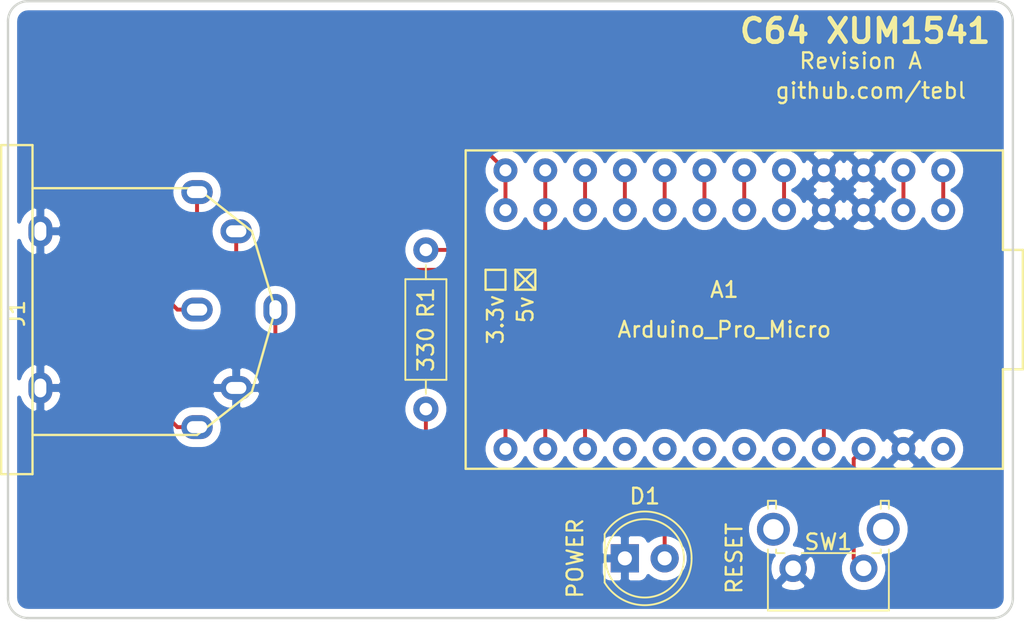
<source format=kicad_pcb>
(kicad_pcb (version 20171130) (host pcbnew "(5.1.5)-3")

  (general
    (thickness 1.6)
    (drawings 13)
    (tracks 55)
    (zones 0)
    (modules 5)
    (nets 18)
  )

  (page A4)
  (layers
    (0 F.Cu signal)
    (31 B.Cu signal)
    (32 B.Adhes user)
    (33 F.Adhes user)
    (34 B.Paste user)
    (35 F.Paste user)
    (36 B.SilkS user)
    (37 F.SilkS user)
    (38 B.Mask user)
    (39 F.Mask user)
    (40 Dwgs.User user)
    (41 Cmts.User user)
    (42 Eco1.User user)
    (43 Eco2.User user)
    (44 Edge.Cuts user)
    (45 Margin user)
    (46 B.CrtYd user)
    (47 F.CrtYd user)
    (48 B.Fab user)
    (49 F.Fab user)
  )

  (setup
    (last_trace_width 0.25)
    (user_trace_width 0.25)
    (trace_clearance 0.2)
    (zone_clearance 0.508)
    (zone_45_only no)
    (trace_min 0.2)
    (via_size 0.6)
    (via_drill 0.4)
    (via_min_size 0.4)
    (via_min_drill 0.3)
    (user_via 0.6 0.4)
    (uvia_size 0.3)
    (uvia_drill 0.1)
    (uvias_allowed no)
    (uvia_min_size 0.2)
    (uvia_min_drill 0.1)
    (edge_width 0.15)
    (segment_width 0.2)
    (pcb_text_width 0.3)
    (pcb_text_size 1.5 1.5)
    (mod_edge_width 0.15)
    (mod_text_size 1 1)
    (mod_text_width 0.15)
    (pad_size 1.524 1.524)
    (pad_drill 0.762)
    (pad_to_mask_clearance 0.2)
    (aux_axis_origin 0 0)
    (visible_elements 7FFFFFFF)
    (pcbplotparams
      (layerselection 0x011fc_ffffffff)
      (usegerberextensions true)
      (usegerberattributes false)
      (usegerberadvancedattributes false)
      (creategerberjobfile false)
      (excludeedgelayer true)
      (linewidth 0.100000)
      (plotframeref false)
      (viasonmask false)
      (mode 1)
      (useauxorigin false)
      (hpglpennumber 1)
      (hpglpenspeed 20)
      (hpglpendiameter 15.000000)
      (psnegative false)
      (psa4output false)
      (plotreference true)
      (plotvalue true)
      (plotinvisibletext false)
      (padsonsilk false)
      (subtractmaskfromsilk false)
      (outputformat 1)
      (mirror false)
      (drillshape 0)
      (scaleselection 1)
      (outputdirectory "export/"))
  )

  (net 0 "")
  (net 1 GND)
  (net 2 "Net-(A1-Pad2)")
  (net 3 "Net-(A1-Pad5)")
  (net 4 "Net-(A1-Pad6)")
  (net 5 "Net-(A1-Pad7)")
  (net 6 "Net-(A1-Pad8)")
  (net 7 "Net-(A1-Pad9)")
  (net 8 "Net-(A1-Pad10)")
  (net 9 ATN)
  (net 10 SRQ)
  (net 11 RST)
  (net 12 DAT)
  (net 13 CLK)
  (net 14 VCC)
  (net 15 "Net-(A1-Pad22)")
  (net 16 "Net-(A1-Pad1)")
  (net 17 "Net-(D1-Pad2)")

  (net_class Default "This is the default net class."
    (clearance 0.2)
    (trace_width 0.25)
    (via_dia 0.6)
    (via_drill 0.4)
    (uvia_dia 0.3)
    (uvia_drill 0.1)
    (add_net ATN)
    (add_net CLK)
    (add_net DAT)
    (add_net GND)
    (add_net "Net-(A1-Pad1)")
    (add_net "Net-(A1-Pad10)")
    (add_net "Net-(A1-Pad2)")
    (add_net "Net-(A1-Pad22)")
    (add_net "Net-(A1-Pad5)")
    (add_net "Net-(A1-Pad6)")
    (add_net "Net-(A1-Pad7)")
    (add_net "Net-(A1-Pad8)")
    (add_net "Net-(A1-Pad9)")
    (add_net "Net-(D1-Pad2)")
    (add_net RST)
    (add_net SRQ)
    (add_net VCC)
  )

  (net_class Power ""
    (clearance 0.2)
    (trace_width 1)
    (via_dia 1)
    (via_drill 0.6)
    (uvia_dia 0.3)
    (uvia_drill 0.1)
  )

  (module arduino_pro_micro:Arduino_Pro_Micro (layer F.Cu) (tedit 5EDE6C7F) (tstamp 5EDE6FC4)
    (at 107.95 86.36 270)
    (path /5EDD95E8)
    (fp_text reference A1 (at -1.27 0 180) (layer F.SilkS)
      (effects (font (size 1 1) (thickness 0.15)))
    )
    (fp_text value Arduino_Pro_Micro (at 1.27 0 180) (layer F.SilkS)
      (effects (font (size 1 1) (thickness 0.15)))
    )
    (fp_line (start -10.16 16.51) (end 10.16 16.51) (layer F.SilkS) (width 0.15))
    (fp_line (start -10.16 -17.78) (end -10.16 16.51) (layer F.SilkS) (width 0.15))
    (fp_line (start 10.16 16.51) (end 10.16 -17.78) (layer F.SilkS) (width 0.15))
    (fp_line (start -3.81 -19.05) (end 3.81 -19.05) (layer F.SilkS) (width 0.15))
    (fp_line (start -3.81 -17.78) (end -3.81 -19.05) (layer F.SilkS) (width 0.15))
    (fp_line (start -10.16 -17.78) (end -3.81 -17.78) (layer F.SilkS) (width 0.15))
    (fp_line (start 3.81 -17.78) (end 10.16 -17.78) (layer F.SilkS) (width 0.15))
    (fp_line (start 3.81 -19.05) (end 3.81 -17.78) (layer F.SilkS) (width 0.15))
    (fp_text user 5v (at 0 12.7 90) (layer F.SilkS)
      (effects (font (size 1 1) (thickness 0.15)))
    )
    (fp_text user 3.3v (at 0.635 14.605 90) (layer F.SilkS)
      (effects (font (size 1 1) (thickness 0.15)))
    )
    (fp_line (start -1.27 15.24) (end -1.27 13.97) (layer F.SilkS) (width 0.15))
    (fp_line (start -2.54 15.24) (end -1.27 15.24) (layer F.SilkS) (width 0.15))
    (fp_line (start -2.54 13.97) (end -2.54 15.24) (layer F.SilkS) (width 0.15))
    (fp_line (start -1.27 13.97) (end -2.54 13.97) (layer F.SilkS) (width 0.15))
    (fp_line (start -2.54 12.065) (end -2.54 13.335) (layer F.SilkS) (width 0.15))
    (fp_line (start -1.27 12.065) (end -2.54 12.065) (layer F.SilkS) (width 0.15))
    (fp_line (start -1.27 13.335) (end -1.27 12.065) (layer F.SilkS) (width 0.15))
    (fp_line (start -2.54 13.335) (end -1.27 13.335) (layer F.SilkS) (width 0.15))
    (pad 6 thru_hole circle (at -6.35 -1.27 270) (size 1.524 1.524) (drill 0.762) (layers *.Cu *.Mask)
      (net 4 "Net-(A1-Pad6)"))
    (pad 2 thru_hole circle (at -6.35 -11.43 270) (size 1.524 1.524) (drill 0.762) (layers *.Cu *.Mask)
      (net 2 "Net-(A1-Pad2)"))
    (pad 7 thru_hole circle (at -6.35 1.27 270) (size 1.524 1.524) (drill 0.762) (layers *.Cu *.Mask)
      (net 5 "Net-(A1-Pad7)"))
    (pad 5 thru_hole circle (at -6.35 -3.81 270) (size 1.524 1.524) (drill 0.762) (layers *.Cu *.Mask)
      (net 3 "Net-(A1-Pad5)"))
    (pad 4 thru_hole circle (at -6.35 -6.35 270) (size 1.524 1.524) (drill 0.762) (layers *.Cu *.Mask)
      (net 1 GND))
    (pad 8 thru_hole circle (at -6.35 3.81 270) (size 1.524 1.524) (drill 0.762) (layers *.Cu *.Mask)
      (net 6 "Net-(A1-Pad8)"))
    (pad 3 thru_hole circle (at -6.35 -8.89 270) (size 1.524 1.524) (drill 0.762) (layers *.Cu *.Mask)
      (net 1 GND))
    (pad 9 thru_hole circle (at -6.35 6.35 270) (size 1.524 1.524) (drill 0.762) (layers *.Cu *.Mask)
      (net 7 "Net-(A1-Pad9)"))
    (pad 10 thru_hole circle (at -6.35 8.89 270) (size 1.524 1.524) (drill 0.762) (layers *.Cu *.Mask)
      (net 8 "Net-(A1-Pad10)"))
    (pad 11 thru_hole circle (at -6.35 11.43 270) (size 1.524 1.524) (drill 0.762) (layers *.Cu *.Mask)
      (net 9 ATN))
    (pad 12 thru_hole circle (at -6.35 13.97 270) (size 1.524 1.524) (drill 0.762) (layers *.Cu *.Mask)
      (net 10 SRQ))
    (pad 1 thru_hole circle (at -6.35 -13.97 270) (size 1.524 1.524) (drill 0.762) (layers *.Cu *.Mask)
      (net 16 "Net-(A1-Pad1)"))
    (pad 1 thru_hole circle (at -8.89 -13.97 270) (size 1.524 1.524) (drill 0.762) (layers *.Cu *.Mask)
      (net 16 "Net-(A1-Pad1)"))
    (pad 24 thru_hole circle (at 8.89 -13.97 270) (size 1.524 1.524) (drill 0.762) (layers *.Cu *.Mask))
    (pad 23 thru_hole circle (at 8.89 -11.43 270) (size 1.524 1.524) (drill 0.762) (layers *.Cu *.Mask)
      (net 1 GND))
    (pad 22 thru_hole circle (at 8.89 -8.89 270) (size 1.524 1.524) (drill 0.762) (layers *.Cu *.Mask)
      (net 15 "Net-(A1-Pad22)"))
    (pad 21 thru_hole circle (at 8.89 -6.35 270) (size 1.524 1.524) (drill 0.762) (layers *.Cu *.Mask)
      (net 14 VCC))
    (pad 20 thru_hole circle (at 8.89 -3.81 270) (size 1.524 1.524) (drill 0.762) (layers *.Cu *.Mask))
    (pad 19 thru_hole circle (at 8.89 -1.27 270) (size 1.524 1.524) (drill 0.762) (layers *.Cu *.Mask))
    (pad 18 thru_hole circle (at 8.89 1.27 270) (size 1.524 1.524) (drill 0.762) (layers *.Cu *.Mask))
    (pad 17 thru_hole circle (at 8.89 3.81 270) (size 1.524 1.524) (drill 0.762) (layers *.Cu *.Mask))
    (pad 16 thru_hole circle (at 8.89 6.35 270) (size 1.524 1.524) (drill 0.762) (layers *.Cu *.Mask))
    (pad 15 thru_hole circle (at 8.89 8.89 270) (size 1.524 1.524) (drill 0.762) (layers *.Cu *.Mask)
      (net 13 CLK))
    (pad 14 thru_hole circle (at 8.89 11.43 270) (size 1.524 1.524) (drill 0.762) (layers *.Cu *.Mask)
      (net 12 DAT))
    (pad 13 thru_hole circle (at 8.89 13.97 270) (size 1.524 1.524) (drill 0.762) (layers *.Cu *.Mask)
      (net 11 RST))
    (pad 12 thru_hole circle (at -8.89 13.97 270) (size 1.524 1.524) (drill 0.762) (layers *.Cu *.Mask)
      (net 10 SRQ))
    (pad 11 thru_hole circle (at -8.89 11.43 270) (size 1.524 1.524) (drill 0.762) (layers *.Cu *.Mask)
      (net 9 ATN))
    (pad 10 thru_hole circle (at -8.89 8.89 270) (size 1.524 1.524) (drill 0.762) (layers *.Cu *.Mask)
      (net 8 "Net-(A1-Pad10)"))
    (pad 9 thru_hole circle (at -8.89 6.35 270) (size 1.524 1.524) (drill 0.762) (layers *.Cu *.Mask)
      (net 7 "Net-(A1-Pad9)"))
    (pad 8 thru_hole circle (at -8.89 3.81 270) (size 1.524 1.524) (drill 0.762) (layers *.Cu *.Mask)
      (net 6 "Net-(A1-Pad8)"))
    (pad 7 thru_hole circle (at -8.89 1.27 270) (size 1.524 1.524) (drill 0.762) (layers *.Cu *.Mask)
      (net 5 "Net-(A1-Pad7)"))
    (pad 6 thru_hole circle (at -8.89 -1.27 270) (size 1.524 1.524) (drill 0.762) (layers *.Cu *.Mask)
      (net 4 "Net-(A1-Pad6)"))
    (pad 5 thru_hole circle (at -8.89 -3.81 270) (size 1.524 1.524) (drill 0.762) (layers *.Cu *.Mask)
      (net 3 "Net-(A1-Pad5)"))
    (pad 4 thru_hole circle (at -8.89 -6.35 270) (size 1.524 1.524) (drill 0.762) (layers *.Cu *.Mask)
      (net 1 GND))
    (pad 3 thru_hole circle (at -8.89 -8.89 270) (size 1.524 1.524) (drill 0.762) (layers *.Cu *.Mask)
      (net 1 GND))
    (pad 2 thru_hole circle (at -8.89 -11.43 270) (size 1.524 1.524) (drill 0.762) (layers *.Cu *.Mask)
      (net 2 "Net-(A1-Pad2)"))
  )

  (module C64_IEC:C64_IEC (layer F.Cu) (tedit 5B1FB4B6) (tstamp 5EDE7584)
    (at 74.295 86.36 270)
    (path /5EDD9D01)
    (fp_text reference J1 (at 0.25 11.5 90) (layer F.SilkS)
      (effects (font (size 1 1) (thickness 0.15)))
    )
    (fp_text value C64_IEC (at 0 4.25 90) (layer F.Fab)
      (effects (font (size 1 1) (thickness 0.15)))
    )
    (fp_line (start -7.75 0) (end -5 -3.5) (layer F.SilkS) (width 0.15))
    (fp_line (start -5 -3.5) (end 0 -5) (layer F.SilkS) (width 0.15))
    (fp_line (start 0 -5) (end 5.25 -3.5) (layer F.SilkS) (width 0.15))
    (fp_line (start 5.25 -3.5) (end 8 0) (layer F.SilkS) (width 0.15))
    (fp_line (start -7.75 10.5) (end -7.75 0) (layer F.SilkS) (width 0.15))
    (fp_line (start 8 0) (end 8 10.5) (layer F.SilkS) (width 0.15))
    (fp_line (start -10.5 12.5) (end -10.5 10.5) (layer F.SilkS) (width 0.15))
    (fp_line (start -10.5 10.5) (end 10.5 10.5) (layer F.SilkS) (width 0.15))
    (fp_line (start 10.5 10.5) (end 10.5 12.5) (layer F.SilkS) (width 0.15))
    (fp_line (start 0 12.5) (end 10.5 12.5) (layer F.SilkS) (width 0.15))
    (fp_line (start 0 12.5) (end -10.5 12.5) (layer F.SilkS) (width 0.15))
    (pad 4 thru_hole oval (at -5 -2.5 270) (size 1.524 2) (drill oval 0.762 1.3) (layers *.Cu *.Mask)
      (net 13 CLK))
    (pad 2 thru_hole oval (at 5 -2.5 270) (size 1.524 2) (drill oval 0.762 1.3) (layers *.Cu *.Mask)
      (net 1 GND))
    (pad 5 thru_hole oval (at -7.5 0 270) (size 1.524 2) (drill oval 0.762 1.3) (layers *.Cu *.Mask)
      (net 12 DAT))
    (pad 1 thru_hole oval (at 7.5 0 270) (size 1.524 2) (drill oval 0.762 1.3) (layers *.Cu *.Mask)
      (net 10 SRQ))
    (pad 7 thru_hole oval (at -5 10 270) (size 2 1.524) (drill oval 1.2 0.762) (layers *.Cu *.Mask)
      (net 1 GND))
    (pad 8 thru_hole oval (at 5 10 270) (size 2 1.524) (drill oval 1.2 0.762) (layers *.Cu *.Mask)
      (net 1 GND))
    (pad 3 thru_hole oval (at 0 0 270) (size 1.524 2) (drill oval 0.762 1.3) (layers *.Cu *.Mask)
      (net 9 ATN))
    (pad 6 thru_hole oval (at 0 -5 270) (size 2 1.524) (drill oval 1.2 0.762) (layers *.Cu *.Mask)
      (net 11 RST))
  )

  (module LEDs:LED_D5.0mm (layer F.Cu) (tedit 5995936A) (tstamp 5EDE76B5)
    (at 101.6 102.235)
    (descr "LED, diameter 5.0mm, 2 pins, http://cdn-reichelt.de/documents/datenblatt/A500/LL-504BC2E-009.pdf")
    (tags "LED diameter 5.0mm 2 pins")
    (path /5EE10306)
    (fp_text reference D1 (at 1.27 -3.96) (layer F.SilkS)
      (effects (font (size 1 1) (thickness 0.15)))
    )
    (fp_text value POWER (at -3.175 0 90) (layer F.SilkS)
      (effects (font (size 1 1) (thickness 0.15)))
    )
    (fp_text user %R (at 1.25 0) (layer F.Fab)
      (effects (font (size 0.8 0.8) (thickness 0.2)))
    )
    (fp_line (start 4.5 -3.25) (end -1.95 -3.25) (layer F.CrtYd) (width 0.05))
    (fp_line (start 4.5 3.25) (end 4.5 -3.25) (layer F.CrtYd) (width 0.05))
    (fp_line (start -1.95 3.25) (end 4.5 3.25) (layer F.CrtYd) (width 0.05))
    (fp_line (start -1.95 -3.25) (end -1.95 3.25) (layer F.CrtYd) (width 0.05))
    (fp_line (start -1.29 -1.545) (end -1.29 1.545) (layer F.SilkS) (width 0.12))
    (fp_line (start -1.23 -1.469694) (end -1.23 1.469694) (layer F.Fab) (width 0.1))
    (fp_circle (center 1.27 0) (end 3.77 0) (layer F.SilkS) (width 0.12))
    (fp_circle (center 1.27 0) (end 3.77 0) (layer F.Fab) (width 0.1))
    (fp_arc (start 1.27 0) (end -1.29 1.54483) (angle -148.9) (layer F.SilkS) (width 0.12))
    (fp_arc (start 1.27 0) (end -1.29 -1.54483) (angle 148.9) (layer F.SilkS) (width 0.12))
    (fp_arc (start 1.27 0) (end -1.23 -1.469694) (angle 299.1) (layer F.Fab) (width 0.1))
    (pad 2 thru_hole circle (at 2.54 0) (size 1.8 1.8) (drill 0.9) (layers *.Cu *.Mask)
      (net 17 "Net-(D1-Pad2)"))
    (pad 1 thru_hole rect (at 0 0) (size 1.8 1.8) (drill 0.9) (layers *.Cu *.Mask)
      (net 1 GND))
    (model ${KISYS3DMOD}/LEDs.3dshapes/LED_D5.0mm.wrl
      (at (xyz 0 0 0))
      (scale (xyz 0.393701 0.393701 0.393701))
      (rotate (xyz 0 0 0))
    )
  )

  (module Resistors_THT:R_Axial_DIN0207_L6.3mm_D2.5mm_P10.16mm_Horizontal (layer F.Cu) (tedit 5874F706) (tstamp 5EDE76CB)
    (at 88.9 82.55 270)
    (descr "Resistor, Axial_DIN0207 series, Axial, Horizontal, pin pitch=10.16mm, 0.25W = 1/4W, length*diameter=6.3*2.5mm^2, http://cdn-reichelt.de/documents/datenblatt/B400/1_4W%23YAG.pdf")
    (tags "Resistor Axial_DIN0207 series Axial Horizontal pin pitch 10.16mm 0.25W = 1/4W length 6.3mm diameter 2.5mm")
    (path /5EE0FE5F)
    (fp_text reference R1 (at 3.369999 0 90) (layer F.SilkS)
      (effects (font (size 1 1) (thickness 0.15)))
    )
    (fp_text value 330 (at 6.35 0 90) (layer F.SilkS)
      (effects (font (size 1 1) (thickness 0.15)))
    )
    (fp_line (start 11.25 -1.6) (end -1.05 -1.6) (layer F.CrtYd) (width 0.05))
    (fp_line (start 11.25 1.6) (end 11.25 -1.6) (layer F.CrtYd) (width 0.05))
    (fp_line (start -1.05 1.6) (end 11.25 1.6) (layer F.CrtYd) (width 0.05))
    (fp_line (start -1.05 -1.6) (end -1.05 1.6) (layer F.CrtYd) (width 0.05))
    (fp_line (start 9.18 0) (end 8.29 0) (layer F.SilkS) (width 0.12))
    (fp_line (start 0.98 0) (end 1.87 0) (layer F.SilkS) (width 0.12))
    (fp_line (start 8.29 -1.31) (end 1.87 -1.31) (layer F.SilkS) (width 0.12))
    (fp_line (start 8.29 1.31) (end 8.29 -1.31) (layer F.SilkS) (width 0.12))
    (fp_line (start 1.87 1.31) (end 8.29 1.31) (layer F.SilkS) (width 0.12))
    (fp_line (start 1.87 -1.31) (end 1.87 1.31) (layer F.SilkS) (width 0.12))
    (fp_line (start 10.16 0) (end 8.23 0) (layer F.Fab) (width 0.1))
    (fp_line (start 0 0) (end 1.93 0) (layer F.Fab) (width 0.1))
    (fp_line (start 8.23 -1.25) (end 1.93 -1.25) (layer F.Fab) (width 0.1))
    (fp_line (start 8.23 1.25) (end 8.23 -1.25) (layer F.Fab) (width 0.1))
    (fp_line (start 1.93 1.25) (end 8.23 1.25) (layer F.Fab) (width 0.1))
    (fp_line (start 1.93 -1.25) (end 1.93 1.25) (layer F.Fab) (width 0.1))
    (pad 2 thru_hole oval (at 10.16 0 270) (size 1.6 1.6) (drill 0.8) (layers *.Cu *.Mask)
      (net 17 "Net-(D1-Pad2)"))
    (pad 1 thru_hole circle (at 0 0 270) (size 1.6 1.6) (drill 0.8) (layers *.Cu *.Mask)
      (net 14 VCC))
    (model ${KISYS3DMOD}/Resistors_THT.3dshapes/R_Axial_DIN0207_L6.3mm_D2.5mm_P10.16mm_Horizontal.wrl
      (at (xyz 0 0 0))
      (scale (xyz 0.393701 0.393701 0.393701))
      (rotate (xyz 0 0 0))
    )
  )

  (module Buttons_Switches_THT:SW_Tactile_SPST_Angled_PTS645Vx39-2LFS (layer F.Cu) (tedit 592CADEA) (tstamp 5EDE76F1)
    (at 116.84 102.87 180)
    (descr "tactile switch SPST right angle, PTS645VL39-2 LFS")
    (tags "tactile switch SPST angled PTS645VL39-2 LFS C&K Button")
    (path /5EE1232D)
    (fp_text reference SW1 (at 2.25 1.68) (layer F.SilkS)
      (effects (font (size 1 1) (thickness 0.15)))
    )
    (fp_text value RESET (at 8.255 0.635 90) (layer F.SilkS)
      (effects (font (size 1 1) (thickness 0.15)))
    )
    (fp_line (start 0.55 0.97) (end 3.95 0.97) (layer F.SilkS) (width 0.12))
    (fp_line (start -1.09 0.97) (end -0.55 0.97) (layer F.SilkS) (width 0.12))
    (fp_line (start 6.11 3.8) (end 6.11 4.31) (layer F.SilkS) (width 0.12))
    (fp_line (start 5.59 4.31) (end 6.11 4.31) (layer F.SilkS) (width 0.12))
    (fp_line (start 5.59 3.8) (end 5.59 4.31) (layer F.SilkS) (width 0.12))
    (fp_line (start 5.05 0.97) (end 5.59 0.97) (layer F.SilkS) (width 0.12))
    (fp_line (start -1.61 3.8) (end -1.61 4.31) (layer F.SilkS) (width 0.12))
    (fp_line (start -1.09 3.8) (end -1.09 4.31) (layer F.SilkS) (width 0.12))
    (fp_line (start 5.59 0.97) (end 5.59 1.2) (layer F.SilkS) (width 0.12))
    (fp_line (start -1.2 4.2) (end -1.2 0.86) (layer F.Fab) (width 0.1))
    (fp_line (start 5.7 4.2) (end 6 4.2) (layer F.Fab) (width 0.1))
    (fp_line (start -1.5 4.2) (end -1.5 -2.59) (layer F.Fab) (width 0.1))
    (fp_line (start -1.5 -2.59) (end 6 -2.59) (layer F.Fab) (width 0.1))
    (fp_line (start -1.61 -2.7) (end -1.61 1.2) (layer F.SilkS) (width 0.12))
    (fp_line (start -1.61 4.31) (end -1.09 4.31) (layer F.SilkS) (width 0.12))
    (fp_line (start 6.11 -2.7) (end 6.11 1.2) (layer F.SilkS) (width 0.12))
    (fp_line (start -1.61 -2.7) (end 6.11 -2.7) (layer F.SilkS) (width 0.12))
    (fp_line (start -2.5 4.45) (end -2.5 -2.8) (layer F.CrtYd) (width 0.05))
    (fp_line (start 7.05 4.45) (end -2.5 4.45) (layer F.CrtYd) (width 0.05))
    (fp_line (start 7.05 -2.8) (end 7.05 4.45) (layer F.CrtYd) (width 0.05))
    (fp_line (start -2.5 -2.8) (end 7.05 -2.8) (layer F.CrtYd) (width 0.05))
    (fp_line (start 6 4.2) (end 6 -2.59) (layer F.Fab) (width 0.1))
    (fp_line (start -1.2 0.86) (end 5.7 0.86) (layer F.Fab) (width 0.1))
    (fp_line (start -1.5 4.2) (end -1.2 4.2) (layer F.Fab) (width 0.1))
    (fp_line (start 5.7 4.2) (end 5.7 0.86) (layer F.Fab) (width 0.1))
    (fp_line (start -1.09 0.97) (end -1.09 1.2) (layer F.SilkS) (width 0.12))
    (fp_text user %R (at 2.25 1.68) (layer F.Fab)
      (effects (font (size 1 1) (thickness 0.15)))
    )
    (fp_line (start 0.5 -3.85) (end 4 -3.85) (layer F.Fab) (width 0.1))
    (fp_line (start 4 -3.85) (end 4 -2.59) (layer F.Fab) (width 0.1))
    (fp_line (start 0.5 -3.85) (end 0.5 -2.59) (layer F.Fab) (width 0.1))
    (pad "" thru_hole circle (at -1.25 2.49 180) (size 2.1 2.1) (drill 1.3) (layers *.Cu *.Mask))
    (pad 1 thru_hole circle (at 0 0 180) (size 1.75 1.75) (drill 0.99) (layers *.Cu *.Mask)
      (net 15 "Net-(A1-Pad22)"))
    (pad 2 thru_hole circle (at 4.5 0 180) (size 1.75 1.75) (drill 0.99) (layers *.Cu *.Mask)
      (net 1 GND))
    (pad "" thru_hole circle (at 5.76 2.49 180) (size 2.1 2.1) (drill 1.3) (layers *.Cu *.Mask))
    (model ${KISYS3DMOD}/Buttons_Switches_THT.3dshapes/SW_Tactile_SPST_Angled_PTS645Vx39-2LFS.wrl
      (at (xyz 0 0 0))
      (scale (xyz 1 1 1))
      (rotate (xyz 0 0 0))
    )
  )

  (gr_line (start 94.615 83.82) (end 95.885 85.09) (layer F.SilkS) (width 0.15))
  (gr_line (start 94.615 85.09) (end 95.885 83.82) (layer F.SilkS) (width 0.15))
  (gr_text "Revision A" (at 120.65 70.485) (layer F.SilkS)
    (effects (font (size 1 1) (thickness 0.15)) (justify right))
  )
  (gr_text github.com/tebl (at 111.125 72.39) (layer F.SilkS)
    (effects (font (size 1 1) (thickness 0.15)) (justify left))
  )
  (gr_line (start 125.095 66.675) (end 63.5 66.675) (angle 90) (layer Edge.Cuts) (width 0.15))
  (gr_line (start 63.5 106.045) (end 125.095 106.045) (angle 90) (layer Edge.Cuts) (width 0.15))
  (gr_line (start 126.365 67.945) (end 126.365 104.775) (angle 90) (layer Edge.Cuts) (width 0.15))
  (gr_text "C64 XUM1541" (at 125.095 68.58) (layer F.SilkS)
    (effects (font (size 1.5 1.5) (thickness 0.3)) (justify right))
  )
  (gr_line (start 62.23 67.945) (end 62.23 104.775) (angle 90) (layer Edge.Cuts) (width 0.15))
  (gr_arc (start 63.5 104.775) (end 63.5 106.045) (angle 90) (layer Edge.Cuts) (width 0.15))
  (gr_arc (start 125.095 104.775) (end 126.365 104.775) (angle 90) (layer Edge.Cuts) (width 0.15))
  (gr_arc (start 125.095 67.945) (end 125.095 66.675) (angle 90) (layer Edge.Cuts) (width 0.15))
  (gr_arc (start 63.5 67.945) (end 62.23 67.945) (angle 90) (layer Edge.Cuts) (width 0.15))

  (segment (start 119.38 77.47) (end 119.38 80.01) (width 0.25) (layer F.Cu) (net 2))
  (segment (start 111.76 77.47) (end 111.76 80.01) (width 0.25) (layer F.Cu) (net 3))
  (segment (start 109.22 80.01) (end 109.22 77.47) (width 0.25) (layer F.Cu) (net 4))
  (segment (start 106.68 77.47) (end 106.68 80.01) (width 0.25) (layer F.Cu) (net 5))
  (segment (start 104.14 80.01) (end 104.14 77.47) (width 0.25) (layer F.Cu) (net 6))
  (segment (start 101.6 77.47) (end 101.6 80.01) (width 0.25) (layer F.Cu) (net 7))
  (segment (start 99.06 80.01) (end 99.06 77.47) (width 0.25) (layer F.Cu) (net 8))
  (segment (start 96.52 77.47) (end 96.52 80.01) (width 0.25) (layer F.Cu) (net 9))
  (segment (start 73.045 86.36) (end 72.39 85.705) (width 0.25) (layer F.Cu) (net 9))
  (segment (start 74.295 86.36) (end 73.045 86.36) (width 0.25) (layer F.Cu) (net 9))
  (segment (start 72.39 85.705) (end 72.39 78.105) (width 0.25) (layer F.Cu) (net 9))
  (segment (start 72.39 78.105) (end 73.66 76.835) (width 0.25) (layer F.Cu) (net 9))
  (segment (start 73.66 76.835) (end 91.44 76.835) (width 0.25) (layer F.Cu) (net 9))
  (segment (start 91.44 76.835) (end 92.075 77.47) (width 0.25) (layer F.Cu) (net 9))
  (segment (start 92.075 77.47) (end 92.075 81.28) (width 0.25) (layer F.Cu) (net 9))
  (segment (start 92.075 81.28) (end 92.71 81.915) (width 0.25) (layer F.Cu) (net 9))
  (segment (start 92.71 81.915) (end 95.885 81.915) (width 0.25) (layer F.Cu) (net 9))
  (segment (start 96.52 81.28) (end 96.52 80.01) (width 0.25) (layer F.Cu) (net 9))
  (segment (start 95.885 81.915) (end 96.52 81.28) (width 0.25) (layer F.Cu) (net 9))
  (segment (start 93.98 80.01) (end 93.98 77.47) (width 0.25) (layer F.Cu) (net 10))
  (segment (start 73.045 93.86) (end 71.895 92.71) (width 0.25) (layer F.Cu) (net 10))
  (segment (start 74.295 93.86) (end 73.045 93.86) (width 0.25) (layer F.Cu) (net 10))
  (segment (start 93.218001 76.708001) (end 93.98 77.47) (width 0.25) (layer F.Cu) (net 10))
  (segment (start 73.473599 76.384991) (end 92.894991 76.384991) (width 0.25) (layer F.Cu) (net 10))
  (segment (start 71.895 77.96359) (end 73.473599 76.384991) (width 0.25) (layer F.Cu) (net 10))
  (segment (start 92.894991 76.384991) (end 93.218001 76.708001) (width 0.25) (layer F.Cu) (net 10))
  (segment (start 71.895 92.71) (end 71.895 77.96359) (width 0.25) (layer F.Cu) (net 10))
  (segment (start 79.295 89.455) (end 79.295 86.36) (width 0.25) (layer F.Cu) (net 11))
  (segment (start 93.98 95.25) (end 93.98 92.075) (width 0.25) (layer F.Cu) (net 11))
  (segment (start 80.645 90.805) (end 79.295 89.455) (width 0.25) (layer F.Cu) (net 11))
  (segment (start 92.71 90.805) (end 80.645 90.805) (width 0.25) (layer F.Cu) (net 11))
  (segment (start 93.98 92.075) (end 92.71 90.805) (width 0.25) (layer F.Cu) (net 11))
  (segment (start 95.25 84.455) (end 96.52 85.725) (width 0.25) (layer F.Cu) (net 12))
  (segment (start 96.52 85.725) (end 96.52 95.25) (width 0.25) (layer F.Cu) (net 12))
  (segment (start 74.295 78.86) (end 74.295 83.82) (width 0.25) (layer F.Cu) (net 12))
  (segment (start 74.93 84.455) (end 95.25 84.455) (width 0.25) (layer F.Cu) (net 12))
  (segment (start 74.295 83.82) (end 74.93 84.455) (width 0.25) (layer F.Cu) (net 12))
  (segment (start 99.06 94.17237) (end 99.06 95.25) (width 0.25) (layer F.Cu) (net 13))
  (segment (start 76.795 83.145) (end 77.47 83.82) (width 0.25) (layer F.Cu) (net 13))
  (segment (start 76.795 81.36) (end 76.795 83.145) (width 0.25) (layer F.Cu) (net 13))
  (segment (start 97.79 83.82) (end 99.06 85.09) (width 0.25) (layer F.Cu) (net 13))
  (segment (start 77.47 83.82) (end 97.79 83.82) (width 0.25) (layer F.Cu) (net 13))
  (segment (start 99.06 85.09) (end 99.06 94.17237) (width 0.25) (layer F.Cu) (net 13))
  (segment (start 114.3 83.185) (end 114.3 95.25) (width 0.25) (layer F.Cu) (net 14))
  (segment (start 88.9 82.55) (end 113.665 82.55) (width 0.25) (layer F.Cu) (net 14))
  (segment (start 113.665 82.55) (end 114.3 83.185) (width 0.25) (layer F.Cu) (net 14))
  (segment (start 116.205 95.885) (end 116.84 95.25) (width 0.25) (layer F.Cu) (net 15))
  (segment (start 116.84 102.87) (end 116.205 102.235) (width 0.25) (layer F.Cu) (net 15))
  (segment (start 116.205 102.235) (end 116.205 95.885) (width 0.25) (layer F.Cu) (net 15))
  (segment (start 121.92 80.01) (end 121.92 77.47) (width 0.25) (layer F.Cu) (net 16))
  (segment (start 104.14 100.33) (end 104.14 102.235) (width 0.25) (layer F.Cu) (net 17))
  (segment (start 103.505 99.695) (end 104.14 100.33) (width 0.25) (layer F.Cu) (net 17))
  (segment (start 88.9 92.71) (end 88.9 99.06) (width 0.25) (layer F.Cu) (net 17))
  (segment (start 89.535 99.695) (end 103.505 99.695) (width 0.25) (layer F.Cu) (net 17))
  (segment (start 88.9 99.06) (end 89.535 99.695) (width 0.25) (layer F.Cu) (net 17))

  (zone (net 1) (net_name GND) (layer B.Cu) (tstamp 5EDE80D2) (hatch edge 0.508)
    (connect_pads (clearance 0.508))
    (min_thickness 0.254)
    (fill yes (arc_segments 16) (thermal_gap 0.508) (thermal_bridge_width 0.508))
    (polygon
      (pts
        (xy 126.365 67.945) (xy 126.365 104.775) (xy 125.095 106.045) (xy 63.5 106.045) (xy 62.23 104.775)
        (xy 62.23 67.945) (xy 63.5 66.675) (xy 125.095 66.675)
      )
    )
    (filled_polygon
      (pts
        (xy 125.203109 67.399005) (xy 125.307101 67.430402) (xy 125.403014 67.481399) (xy 125.487194 67.550055) (xy 125.55644 67.633758)
        (xy 125.608105 67.729311) (xy 125.640227 67.833078) (xy 125.655 67.973641) (xy 125.655001 104.74027) (xy 125.640995 104.883109)
        (xy 125.609599 104.987099) (xy 125.558601 105.083013) (xy 125.489941 105.167199) (xy 125.406243 105.236439) (xy 125.310689 105.288105)
        (xy 125.206922 105.320227) (xy 125.066359 105.335) (xy 63.53472 105.335) (xy 63.391891 105.320995) (xy 63.287901 105.289599)
        (xy 63.191987 105.238601) (xy 63.107801 105.169941) (xy 63.038561 105.086243) (xy 62.986895 104.990689) (xy 62.954773 104.886922)
        (xy 62.94 104.746359) (xy 62.94 103.91624) (xy 111.473365 103.91624) (xy 111.554025 104.167868) (xy 111.822329 104.296267)
        (xy 112.110526 104.369855) (xy 112.407543 104.385804) (xy 112.701963 104.343501) (xy 112.982474 104.244572) (xy 113.125975 104.167868)
        (xy 113.206635 103.91624) (xy 112.34 103.049605) (xy 111.473365 103.91624) (xy 62.94 103.91624) (xy 62.94 103.135)
        (xy 100.061928 103.135) (xy 100.074188 103.259482) (xy 100.110498 103.37918) (xy 100.169463 103.489494) (xy 100.248815 103.586185)
        (xy 100.345506 103.665537) (xy 100.45582 103.724502) (xy 100.575518 103.760812) (xy 100.7 103.773072) (xy 101.31425 103.77)
        (xy 101.473 103.61125) (xy 101.473 102.362) (xy 100.22375 102.362) (xy 100.065 102.52075) (xy 100.061928 103.135)
        (xy 62.94 103.135) (xy 62.94 101.335) (xy 100.061928 101.335) (xy 100.065 101.94925) (xy 100.22375 102.108)
        (xy 101.473 102.108) (xy 101.473 100.85875) (xy 101.727 100.85875) (xy 101.727 102.108) (xy 101.747 102.108)
        (xy 101.747 102.362) (xy 101.727 102.362) (xy 101.727 103.61125) (xy 101.88575 103.77) (xy 102.5 103.773072)
        (xy 102.624482 103.760812) (xy 102.74418 103.724502) (xy 102.854494 103.665537) (xy 102.951185 103.586185) (xy 103.030537 103.489494)
        (xy 103.089502 103.37918) (xy 103.095056 103.360873) (xy 103.161495 103.427312) (xy 103.412905 103.595299) (xy 103.692257 103.711011)
        (xy 103.988816 103.77) (xy 104.291184 103.77) (xy 104.587743 103.711011) (xy 104.867095 103.595299) (xy 105.118505 103.427312)
        (xy 105.332312 103.213505) (xy 105.500299 102.962095) (xy 105.616011 102.682743) (xy 105.675 102.386184) (xy 105.675 102.083816)
        (xy 105.616011 101.787257) (xy 105.500299 101.507905) (xy 105.332312 101.256495) (xy 105.118505 101.042688) (xy 104.867095 100.874701)
        (xy 104.587743 100.758989) (xy 104.291184 100.7) (xy 103.988816 100.7) (xy 103.692257 100.758989) (xy 103.412905 100.874701)
        (xy 103.161495 101.042688) (xy 103.095056 101.109127) (xy 103.089502 101.09082) (xy 103.030537 100.980506) (xy 102.951185 100.883815)
        (xy 102.854494 100.804463) (xy 102.74418 100.745498) (xy 102.624482 100.709188) (xy 102.5 100.696928) (xy 101.88575 100.7)
        (xy 101.727 100.85875) (xy 101.473 100.85875) (xy 101.31425 100.7) (xy 100.7 100.696928) (xy 100.575518 100.709188)
        (xy 100.45582 100.745498) (xy 100.345506 100.804463) (xy 100.248815 100.883815) (xy 100.169463 100.980506) (xy 100.110498 101.09082)
        (xy 100.074188 101.210518) (xy 100.061928 101.335) (xy 62.94 101.335) (xy 62.94 100.214042) (xy 109.395 100.214042)
        (xy 109.395 100.545958) (xy 109.459754 100.871496) (xy 109.586772 101.178147) (xy 109.771175 101.454125) (xy 110.005875 101.688825)
        (xy 110.281853 101.873228) (xy 110.588504 102.000246) (xy 110.914042 102.065) (xy 111.101483 102.065) (xy 111.042132 102.084025)
        (xy 110.913733 102.352329) (xy 110.840145 102.640526) (xy 110.824196 102.937543) (xy 110.866499 103.231963) (xy 110.965428 103.512474)
        (xy 111.042132 103.655975) (xy 111.29376 103.736635) (xy 112.160395 102.87) (xy 112.519605 102.87) (xy 113.38624 103.736635)
        (xy 113.637868 103.655975) (xy 113.766267 103.387671) (xy 113.839855 103.099474) (xy 113.855804 102.802457) (xy 113.84414 102.721278)
        (xy 115.33 102.721278) (xy 115.33 103.018722) (xy 115.388029 103.310451) (xy 115.501856 103.585253) (xy 115.667107 103.832569)
        (xy 115.877431 104.042893) (xy 116.124747 104.208144) (xy 116.399549 104.321971) (xy 116.691278 104.38) (xy 116.988722 104.38)
        (xy 117.280451 104.321971) (xy 117.555253 104.208144) (xy 117.802569 104.042893) (xy 118.012893 103.832569) (xy 118.178144 103.585253)
        (xy 118.291971 103.310451) (xy 118.35 103.018722) (xy 118.35 102.721278) (xy 118.291971 102.429549) (xy 118.178144 102.154747)
        (xy 118.118177 102.065) (xy 118.255958 102.065) (xy 118.581496 102.000246) (xy 118.888147 101.873228) (xy 119.164125 101.688825)
        (xy 119.398825 101.454125) (xy 119.583228 101.178147) (xy 119.710246 100.871496) (xy 119.775 100.545958) (xy 119.775 100.214042)
        (xy 119.710246 99.888504) (xy 119.583228 99.581853) (xy 119.398825 99.305875) (xy 119.164125 99.071175) (xy 118.888147 98.886772)
        (xy 118.581496 98.759754) (xy 118.255958 98.695) (xy 117.924042 98.695) (xy 117.598504 98.759754) (xy 117.291853 98.886772)
        (xy 117.015875 99.071175) (xy 116.781175 99.305875) (xy 116.596772 99.581853) (xy 116.469754 99.888504) (xy 116.405 100.214042)
        (xy 116.405 100.545958) (xy 116.469754 100.871496) (xy 116.596772 101.178147) (xy 116.718283 101.36) (xy 116.691278 101.36)
        (xy 116.399549 101.418029) (xy 116.124747 101.531856) (xy 115.877431 101.697107) (xy 115.667107 101.907431) (xy 115.501856 102.154747)
        (xy 115.388029 102.429549) (xy 115.33 102.721278) (xy 113.84414 102.721278) (xy 113.813501 102.508037) (xy 113.714572 102.227526)
        (xy 113.637868 102.084025) (xy 113.38624 102.003365) (xy 112.519605 102.87) (xy 112.160395 102.87) (xy 112.146253 102.855858)
        (xy 112.325858 102.676253) (xy 112.34 102.690395) (xy 113.206635 101.82376) (xy 113.125975 101.572132) (xy 112.857671 101.443733)
        (xy 112.569474 101.370145) (xy 112.449252 101.363689) (xy 112.573228 101.178147) (xy 112.700246 100.871496) (xy 112.765 100.545958)
        (xy 112.765 100.214042) (xy 112.700246 99.888504) (xy 112.573228 99.581853) (xy 112.388825 99.305875) (xy 112.154125 99.071175)
        (xy 111.878147 98.886772) (xy 111.571496 98.759754) (xy 111.245958 98.695) (xy 110.914042 98.695) (xy 110.588504 98.759754)
        (xy 110.281853 98.886772) (xy 110.005875 99.071175) (xy 109.771175 99.305875) (xy 109.586772 99.581853) (xy 109.459754 99.888504)
        (xy 109.395 100.214042) (xy 62.94 100.214042) (xy 62.94 93.86) (xy 72.653241 93.86) (xy 72.680214 94.13386)
        (xy 72.760096 94.397195) (xy 72.889817 94.639887) (xy 73.064392 94.852608) (xy 73.277113 95.027183) (xy 73.519805 95.156904)
        (xy 73.78314 95.236786) (xy 73.988375 95.257) (xy 74.601625 95.257) (xy 74.80686 95.236786) (xy 75.070195 95.156904)
        (xy 75.153441 95.112408) (xy 92.583 95.112408) (xy 92.583 95.387592) (xy 92.636686 95.65749) (xy 92.741995 95.911727)
        (xy 92.89488 96.140535) (xy 93.089465 96.33512) (xy 93.318273 96.488005) (xy 93.57251 96.593314) (xy 93.842408 96.647)
        (xy 94.117592 96.647) (xy 94.38749 96.593314) (xy 94.641727 96.488005) (xy 94.870535 96.33512) (xy 95.06512 96.140535)
        (xy 95.218005 95.911727) (xy 95.25 95.834485) (xy 95.281995 95.911727) (xy 95.43488 96.140535) (xy 95.629465 96.33512)
        (xy 95.858273 96.488005) (xy 96.11251 96.593314) (xy 96.382408 96.647) (xy 96.657592 96.647) (xy 96.92749 96.593314)
        (xy 97.181727 96.488005) (xy 97.410535 96.33512) (xy 97.60512 96.140535) (xy 97.758005 95.911727) (xy 97.79 95.834485)
        (xy 97.821995 95.911727) (xy 97.97488 96.140535) (xy 98.169465 96.33512) (xy 98.398273 96.488005) (xy 98.65251 96.593314)
        (xy 98.922408 96.647) (xy 99.197592 96.647) (xy 99.46749 96.593314) (xy 99.721727 96.488005) (xy 99.950535 96.33512)
        (xy 100.14512 96.140535) (xy 100.298005 95.911727) (xy 100.33 95.834485) (xy 100.361995 95.911727) (xy 100.51488 96.140535)
        (xy 100.709465 96.33512) (xy 100.938273 96.488005) (xy 101.19251 96.593314) (xy 101.462408 96.647) (xy 101.737592 96.647)
        (xy 102.00749 96.593314) (xy 102.261727 96.488005) (xy 102.490535 96.33512) (xy 102.68512 96.140535) (xy 102.838005 95.911727)
        (xy 102.87 95.834485) (xy 102.901995 95.911727) (xy 103.05488 96.140535) (xy 103.249465 96.33512) (xy 103.478273 96.488005)
        (xy 103.73251 96.593314) (xy 104.002408 96.647) (xy 104.277592 96.647) (xy 104.54749 96.593314) (xy 104.801727 96.488005)
        (xy 105.030535 96.33512) (xy 105.22512 96.140535) (xy 105.378005 95.911727) (xy 105.41 95.834485) (xy 105.441995 95.911727)
        (xy 105.59488 96.140535) (xy 105.789465 96.33512) (xy 106.018273 96.488005) (xy 106.27251 96.593314) (xy 106.542408 96.647)
        (xy 106.817592 96.647) (xy 107.08749 96.593314) (xy 107.341727 96.488005) (xy 107.570535 96.33512) (xy 107.76512 96.140535)
        (xy 107.918005 95.911727) (xy 107.95 95.834485) (xy 107.981995 95.911727) (xy 108.13488 96.140535) (xy 108.329465 96.33512)
        (xy 108.558273 96.488005) (xy 108.81251 96.593314) (xy 109.082408 96.647) (xy 109.357592 96.647) (xy 109.62749 96.593314)
        (xy 109.881727 96.488005) (xy 110.110535 96.33512) (xy 110.30512 96.140535) (xy 110.458005 95.911727) (xy 110.49 95.834485)
        (xy 110.521995 95.911727) (xy 110.67488 96.140535) (xy 110.869465 96.33512) (xy 111.098273 96.488005) (xy 111.35251 96.593314)
        (xy 111.622408 96.647) (xy 111.897592 96.647) (xy 112.16749 96.593314) (xy 112.421727 96.488005) (xy 112.650535 96.33512)
        (xy 112.84512 96.140535) (xy 112.998005 95.911727) (xy 113.03 95.834485) (xy 113.061995 95.911727) (xy 113.21488 96.140535)
        (xy 113.409465 96.33512) (xy 113.638273 96.488005) (xy 113.89251 96.593314) (xy 114.162408 96.647) (xy 114.437592 96.647)
        (xy 114.70749 96.593314) (xy 114.961727 96.488005) (xy 115.190535 96.33512) (xy 115.38512 96.140535) (xy 115.538005 95.911727)
        (xy 115.57 95.834485) (xy 115.601995 95.911727) (xy 115.75488 96.140535) (xy 115.949465 96.33512) (xy 116.178273 96.488005)
        (xy 116.43251 96.593314) (xy 116.702408 96.647) (xy 116.977592 96.647) (xy 117.24749 96.593314) (xy 117.501727 96.488005)
        (xy 117.730535 96.33512) (xy 117.85009 96.215565) (xy 118.59404 96.215565) (xy 118.66102 96.455656) (xy 118.910048 96.572756)
        (xy 119.177135 96.639023) (xy 119.452017 96.65191) (xy 119.724133 96.610922) (xy 119.983023 96.517636) (xy 120.09898 96.455656)
        (xy 120.16596 96.215565) (xy 119.38 95.429605) (xy 118.59404 96.215565) (xy 117.85009 96.215565) (xy 117.92512 96.140535)
        (xy 118.078005 95.911727) (xy 118.107692 95.840057) (xy 118.112364 95.853023) (xy 118.174344 95.96898) (xy 118.414435 96.03596)
        (xy 119.200395 95.25) (xy 119.559605 95.25) (xy 120.345565 96.03596) (xy 120.585656 95.96898) (xy 120.649485 95.83324)
        (xy 120.681995 95.911727) (xy 120.83488 96.140535) (xy 121.029465 96.33512) (xy 121.258273 96.488005) (xy 121.51251 96.593314)
        (xy 121.782408 96.647) (xy 122.057592 96.647) (xy 122.32749 96.593314) (xy 122.581727 96.488005) (xy 122.810535 96.33512)
        (xy 123.00512 96.140535) (xy 123.158005 95.911727) (xy 123.263314 95.65749) (xy 123.317 95.387592) (xy 123.317 95.112408)
        (xy 123.263314 94.84251) (xy 123.158005 94.588273) (xy 123.00512 94.359465) (xy 122.810535 94.16488) (xy 122.581727 94.011995)
        (xy 122.32749 93.906686) (xy 122.057592 93.853) (xy 121.782408 93.853) (xy 121.51251 93.906686) (xy 121.258273 94.011995)
        (xy 121.029465 94.16488) (xy 120.83488 94.359465) (xy 120.681995 94.588273) (xy 120.652308 94.659943) (xy 120.647636 94.646977)
        (xy 120.585656 94.53102) (xy 120.345565 94.46404) (xy 119.559605 95.25) (xy 119.200395 95.25) (xy 118.414435 94.46404)
        (xy 118.174344 94.53102) (xy 118.110515 94.66676) (xy 118.078005 94.588273) (xy 117.92512 94.359465) (xy 117.85009 94.284435)
        (xy 118.59404 94.284435) (xy 119.38 95.070395) (xy 120.16596 94.284435) (xy 120.09898 94.044344) (xy 119.849952 93.927244)
        (xy 119.582865 93.860977) (xy 119.307983 93.84809) (xy 119.035867 93.889078) (xy 118.776977 93.982364) (xy 118.66102 94.044344)
        (xy 118.59404 94.284435) (xy 117.85009 94.284435) (xy 117.730535 94.16488) (xy 117.501727 94.011995) (xy 117.24749 93.906686)
        (xy 116.977592 93.853) (xy 116.702408 93.853) (xy 116.43251 93.906686) (xy 116.178273 94.011995) (xy 115.949465 94.16488)
        (xy 115.75488 94.359465) (xy 115.601995 94.588273) (xy 115.57 94.665515) (xy 115.538005 94.588273) (xy 115.38512 94.359465)
        (xy 115.190535 94.16488) (xy 114.961727 94.011995) (xy 114.70749 93.906686) (xy 114.437592 93.853) (xy 114.162408 93.853)
        (xy 113.89251 93.906686) (xy 113.638273 94.011995) (xy 113.409465 94.16488) (xy 113.21488 94.359465) (xy 113.061995 94.588273)
        (xy 113.03 94.665515) (xy 112.998005 94.588273) (xy 112.84512 94.359465) (xy 112.650535 94.16488) (xy 112.421727 94.011995)
        (xy 112.16749 93.906686) (xy 111.897592 93.853) (xy 111.622408 93.853) (xy 111.35251 93.906686) (xy 111.098273 94.011995)
        (xy 110.869465 94.16488) (xy 110.67488 94.359465) (xy 110.521995 94.588273) (xy 110.49 94.665515) (xy 110.458005 94.588273)
        (xy 110.30512 94.359465) (xy 110.110535 94.16488) (xy 109.881727 94.011995) (xy 109.62749 93.906686) (xy 109.357592 93.853)
        (xy 109.082408 93.853) (xy 108.81251 93.906686) (xy 108.558273 94.011995) (xy 108.329465 94.16488) (xy 108.13488 94.359465)
        (xy 107.981995 94.588273) (xy 107.95 94.665515) (xy 107.918005 94.588273) (xy 107.76512 94.359465) (xy 107.570535 94.16488)
        (xy 107.341727 94.011995) (xy 107.08749 93.906686) (xy 106.817592 93.853) (xy 106.542408 93.853) (xy 106.27251 93.906686)
        (xy 106.018273 94.011995) (xy 105.789465 94.16488) (xy 105.59488 94.359465) (xy 105.441995 94.588273) (xy 105.41 94.665515)
        (xy 105.378005 94.588273) (xy 105.22512 94.359465) (xy 105.030535 94.16488) (xy 104.801727 94.011995) (xy 104.54749 93.906686)
        (xy 104.277592 93.853) (xy 104.002408 93.853) (xy 103.73251 93.906686) (xy 103.478273 94.011995) (xy 103.249465 94.16488)
        (xy 103.05488 94.359465) (xy 102.901995 94.588273) (xy 102.87 94.665515) (xy 102.838005 94.588273) (xy 102.68512 94.359465)
        (xy 102.490535 94.16488) (xy 102.261727 94.011995) (xy 102.00749 93.906686) (xy 101.737592 93.853) (xy 101.462408 93.853)
        (xy 101.19251 93.906686) (xy 100.938273 94.011995) (xy 100.709465 94.16488) (xy 100.51488 94.359465) (xy 100.361995 94.588273)
        (xy 100.33 94.665515) (xy 100.298005 94.588273) (xy 100.14512 94.359465) (xy 99.950535 94.16488) (xy 99.721727 94.011995)
        (xy 99.46749 93.906686) (xy 99.197592 93.853) (xy 98.922408 93.853) (xy 98.65251 93.906686) (xy 98.398273 94.011995)
        (xy 98.169465 94.16488) (xy 97.97488 94.359465) (xy 97.821995 94.588273) (xy 97.79 94.665515) (xy 97.758005 94.588273)
        (xy 97.60512 94.359465) (xy 97.410535 94.16488) (xy 97.181727 94.011995) (xy 96.92749 93.906686) (xy 96.657592 93.853)
        (xy 96.382408 93.853) (xy 96.11251 93.906686) (xy 95.858273 94.011995) (xy 95.629465 94.16488) (xy 95.43488 94.359465)
        (xy 95.281995 94.588273) (xy 95.25 94.665515) (xy 95.218005 94.588273) (xy 95.06512 94.359465) (xy 94.870535 94.16488)
        (xy 94.641727 94.011995) (xy 94.38749 93.906686) (xy 94.117592 93.853) (xy 93.842408 93.853) (xy 93.57251 93.906686)
        (xy 93.318273 94.011995) (xy 93.089465 94.16488) (xy 92.89488 94.359465) (xy 92.741995 94.588273) (xy 92.636686 94.84251)
        (xy 92.583 95.112408) (xy 75.153441 95.112408) (xy 75.312887 95.027183) (xy 75.525608 94.852608) (xy 75.700183 94.639887)
        (xy 75.829904 94.397195) (xy 75.909786 94.13386) (xy 75.936759 93.86) (xy 75.909786 93.58614) (xy 75.829904 93.322805)
        (xy 75.700183 93.080113) (xy 75.525608 92.867392) (xy 75.312887 92.692817) (xy 75.070195 92.563096) (xy 74.80686 92.483214)
        (xy 74.601625 92.463) (xy 73.988375 92.463) (xy 73.78314 92.483214) (xy 73.519805 92.563096) (xy 73.277113 92.692817)
        (xy 73.064392 92.867392) (xy 72.889817 93.080113) (xy 72.760096 93.322805) (xy 72.680214 93.58614) (xy 72.653241 93.86)
        (xy 62.94 93.86) (xy 62.94 91.972351) (xy 62.941207 91.979128) (xy 63.041574 92.235917) (xy 63.19011 92.468191)
        (xy 63.381106 92.667024) (xy 63.607222 92.824775) (xy 63.859769 92.935382) (xy 63.95193 92.95222) (xy 64.168 92.82972)
        (xy 64.168 91.487) (xy 64.422 91.487) (xy 64.422 92.82972) (xy 64.63807 92.95222) (xy 64.730231 92.935382)
        (xy 64.982778 92.824775) (xy 65.208894 92.667024) (xy 65.39989 92.468191) (xy 65.548426 92.235917) (xy 65.648793 91.979128)
        (xy 65.697135 91.707693) (xy 65.693808 91.70307) (xy 75.20278 91.70307) (xy 75.219618 91.795231) (xy 75.330225 92.047778)
        (xy 75.487976 92.273894) (xy 75.686809 92.46489) (xy 75.919083 92.613426) (xy 76.175872 92.713793) (xy 76.447307 92.762135)
        (xy 76.668 92.603282) (xy 76.668 91.487) (xy 76.922 91.487) (xy 76.922 92.603282) (xy 77.142693 92.762135)
        (xy 77.414128 92.713793) (xy 77.670917 92.613426) (xy 77.740912 92.568665) (xy 87.465 92.568665) (xy 87.465 92.851335)
        (xy 87.520147 93.128574) (xy 87.62832 93.389727) (xy 87.785363 93.624759) (xy 87.985241 93.824637) (xy 88.220273 93.98168)
        (xy 88.481426 94.089853) (xy 88.758665 94.145) (xy 89.041335 94.145) (xy 89.318574 94.089853) (xy 89.579727 93.98168)
        (xy 89.814759 93.824637) (xy 90.014637 93.624759) (xy 90.17168 93.389727) (xy 90.279853 93.128574) (xy 90.335 92.851335)
        (xy 90.335 92.568665) (xy 90.279853 92.291426) (xy 90.17168 92.030273) (xy 90.014637 91.795241) (xy 89.814759 91.595363)
        (xy 89.579727 91.43832) (xy 89.318574 91.330147) (xy 89.041335 91.275) (xy 88.758665 91.275) (xy 88.481426 91.330147)
        (xy 88.220273 91.43832) (xy 87.985241 91.595363) (xy 87.785363 91.795241) (xy 87.62832 92.030273) (xy 87.520147 92.291426)
        (xy 87.465 92.568665) (xy 77.740912 92.568665) (xy 77.903191 92.46489) (xy 78.102024 92.273894) (xy 78.259775 92.047778)
        (xy 78.370382 91.795231) (xy 78.38722 91.70307) (xy 78.26472 91.487) (xy 76.922 91.487) (xy 76.668 91.487)
        (xy 75.32528 91.487) (xy 75.20278 91.70307) (xy 65.693808 91.70307) (xy 65.538282 91.487) (xy 64.422 91.487)
        (xy 64.168 91.487) (xy 64.148 91.487) (xy 64.148 91.233) (xy 64.168 91.233) (xy 64.168 89.89028)
        (xy 64.422 89.89028) (xy 64.422 91.233) (xy 65.538282 91.233) (xy 65.693807 91.01693) (xy 75.20278 91.01693)
        (xy 75.32528 91.233) (xy 76.668 91.233) (xy 76.668 90.116718) (xy 76.922 90.116718) (xy 76.922 91.233)
        (xy 78.26472 91.233) (xy 78.38722 91.01693) (xy 78.370382 90.924769) (xy 78.259775 90.672222) (xy 78.102024 90.446106)
        (xy 77.903191 90.25511) (xy 77.670917 90.106574) (xy 77.414128 90.006207) (xy 77.142693 89.957865) (xy 76.922 90.116718)
        (xy 76.668 90.116718) (xy 76.447307 89.957865) (xy 76.175872 90.006207) (xy 75.919083 90.106574) (xy 75.686809 90.25511)
        (xy 75.487976 90.446106) (xy 75.330225 90.672222) (xy 75.219618 90.924769) (xy 75.20278 91.01693) (xy 65.693807 91.01693)
        (xy 65.697135 91.012307) (xy 65.648793 90.740872) (xy 65.548426 90.484083) (xy 65.39989 90.251809) (xy 65.208894 90.052976)
        (xy 64.982778 89.895225) (xy 64.730231 89.784618) (xy 64.63807 89.76778) (xy 64.422 89.89028) (xy 64.168 89.89028)
        (xy 63.95193 89.76778) (xy 63.859769 89.784618) (xy 63.607222 89.895225) (xy 63.381106 90.052976) (xy 63.19011 90.251809)
        (xy 63.041574 90.484083) (xy 62.941207 90.740872) (xy 62.94 90.747649) (xy 62.94 86.36) (xy 72.653241 86.36)
        (xy 72.680214 86.63386) (xy 72.760096 86.897195) (xy 72.889817 87.139887) (xy 73.064392 87.352608) (xy 73.277113 87.527183)
        (xy 73.519805 87.656904) (xy 73.78314 87.736786) (xy 73.988375 87.757) (xy 74.601625 87.757) (xy 74.80686 87.736786)
        (xy 75.070195 87.656904) (xy 75.312887 87.527183) (xy 75.525608 87.352608) (xy 75.700183 87.139887) (xy 75.829904 86.897195)
        (xy 75.909786 86.63386) (xy 75.936759 86.36) (xy 75.909786 86.08614) (xy 75.899847 86.053375) (xy 77.898 86.053375)
        (xy 77.898 86.666624) (xy 77.918214 86.871859) (xy 77.998096 87.135194) (xy 78.127817 87.377886) (xy 78.302392 87.590607)
        (xy 78.515113 87.765183) (xy 78.757805 87.894904) (xy 79.02114 87.974786) (xy 79.295 88.001759) (xy 79.568859 87.974786)
        (xy 79.832194 87.894904) (xy 80.074886 87.765183) (xy 80.287607 87.590608) (xy 80.462183 87.377887) (xy 80.591904 87.135195)
        (xy 80.671786 86.87186) (xy 80.692 86.666625) (xy 80.692 86.053376) (xy 80.671786 85.848141) (xy 80.591904 85.584806)
        (xy 80.462183 85.342113) (xy 80.287608 85.129392) (xy 80.074887 84.954817) (xy 79.832195 84.825096) (xy 79.56886 84.745214)
        (xy 79.295 84.718241) (xy 79.021141 84.745214) (xy 78.757806 84.825096) (xy 78.515114 84.954817) (xy 78.302393 85.129392)
        (xy 78.127817 85.342113) (xy 77.998096 85.584805) (xy 77.918214 85.84814) (xy 77.898 86.053375) (xy 75.899847 86.053375)
        (xy 75.829904 85.822805) (xy 75.700183 85.580113) (xy 75.525608 85.367392) (xy 75.312887 85.192817) (xy 75.070195 85.063096)
        (xy 74.80686 84.983214) (xy 74.601625 84.963) (xy 73.988375 84.963) (xy 73.78314 84.983214) (xy 73.519805 85.063096)
        (xy 73.277113 85.192817) (xy 73.064392 85.367392) (xy 72.889817 85.580113) (xy 72.760096 85.822805) (xy 72.680214 86.08614)
        (xy 72.653241 86.36) (xy 62.94 86.36) (xy 62.94 81.972351) (xy 62.941207 81.979128) (xy 63.041574 82.235917)
        (xy 63.19011 82.468191) (xy 63.381106 82.667024) (xy 63.607222 82.824775) (xy 63.859769 82.935382) (xy 63.95193 82.95222)
        (xy 64.168 82.82972) (xy 64.168 81.487) (xy 64.422 81.487) (xy 64.422 82.82972) (xy 64.63807 82.95222)
        (xy 64.730231 82.935382) (xy 64.982778 82.824775) (xy 65.208894 82.667024) (xy 65.39989 82.468191) (xy 65.548426 82.235917)
        (xy 65.648793 81.979128) (xy 65.697135 81.707693) (xy 65.538282 81.487) (xy 64.422 81.487) (xy 64.168 81.487)
        (xy 64.148 81.487) (xy 64.148 81.36) (xy 75.153241 81.36) (xy 75.180214 81.63386) (xy 75.260096 81.897195)
        (xy 75.389817 82.139887) (xy 75.564392 82.352608) (xy 75.777113 82.527183) (xy 76.019805 82.656904) (xy 76.28314 82.736786)
        (xy 76.488375 82.757) (xy 77.101625 82.757) (xy 77.30686 82.736786) (xy 77.570195 82.656904) (xy 77.812887 82.527183)
        (xy 77.957302 82.408665) (xy 87.465 82.408665) (xy 87.465 82.691335) (xy 87.520147 82.968574) (xy 87.62832 83.229727)
        (xy 87.785363 83.464759) (xy 87.985241 83.664637) (xy 88.220273 83.82168) (xy 88.481426 83.929853) (xy 88.758665 83.985)
        (xy 89.041335 83.985) (xy 89.318574 83.929853) (xy 89.579727 83.82168) (xy 89.814759 83.664637) (xy 90.014637 83.464759)
        (xy 90.17168 83.229727) (xy 90.279853 82.968574) (xy 90.335 82.691335) (xy 90.335 82.408665) (xy 90.279853 82.131426)
        (xy 90.17168 81.870273) (xy 90.014637 81.635241) (xy 89.814759 81.435363) (xy 89.579727 81.27832) (xy 89.318574 81.170147)
        (xy 89.041335 81.115) (xy 88.758665 81.115) (xy 88.481426 81.170147) (xy 88.220273 81.27832) (xy 87.985241 81.435363)
        (xy 87.785363 81.635241) (xy 87.62832 81.870273) (xy 87.520147 82.131426) (xy 87.465 82.408665) (xy 77.957302 82.408665)
        (xy 78.025608 82.352608) (xy 78.200183 82.139887) (xy 78.329904 81.897195) (xy 78.409786 81.63386) (xy 78.436759 81.36)
        (xy 78.409786 81.08614) (xy 78.329904 80.822805) (xy 78.200183 80.580113) (xy 78.025608 80.367392) (xy 77.812887 80.192817)
        (xy 77.570195 80.063096) (xy 77.30686 79.983214) (xy 77.101625 79.963) (xy 76.488375 79.963) (xy 76.28314 79.983214)
        (xy 76.019805 80.063096) (xy 75.777113 80.192817) (xy 75.564392 80.367392) (xy 75.389817 80.580113) (xy 75.260096 80.822805)
        (xy 75.180214 81.08614) (xy 75.153241 81.36) (xy 64.148 81.36) (xy 64.148 81.233) (xy 64.168 81.233)
        (xy 64.168 79.89028) (xy 64.422 79.89028) (xy 64.422 81.233) (xy 65.538282 81.233) (xy 65.697135 81.012307)
        (xy 65.648793 80.740872) (xy 65.548426 80.484083) (xy 65.39989 80.251809) (xy 65.208894 80.052976) (xy 64.982778 79.895225)
        (xy 64.730231 79.784618) (xy 64.63807 79.76778) (xy 64.422 79.89028) (xy 64.168 79.89028) (xy 63.95193 79.76778)
        (xy 63.859769 79.784618) (xy 63.607222 79.895225) (xy 63.381106 80.052976) (xy 63.19011 80.251809) (xy 63.041574 80.484083)
        (xy 62.941207 80.740872) (xy 62.94 80.747649) (xy 62.94 78.86) (xy 72.653241 78.86) (xy 72.680214 79.13386)
        (xy 72.760096 79.397195) (xy 72.889817 79.639887) (xy 73.064392 79.852608) (xy 73.277113 80.027183) (xy 73.519805 80.156904)
        (xy 73.78314 80.236786) (xy 73.988375 80.257) (xy 74.601625 80.257) (xy 74.80686 80.236786) (xy 75.070195 80.156904)
        (xy 75.312887 80.027183) (xy 75.525608 79.852608) (xy 75.700183 79.639887) (xy 75.829904 79.397195) (xy 75.909786 79.13386)
        (xy 75.936759 78.86) (xy 75.909786 78.58614) (xy 75.829904 78.322805) (xy 75.700183 78.080113) (xy 75.525608 77.867392)
        (xy 75.312887 77.692817) (xy 75.070195 77.563096) (xy 74.80686 77.483214) (xy 74.601625 77.463) (xy 73.988375 77.463)
        (xy 73.78314 77.483214) (xy 73.519805 77.563096) (xy 73.277113 77.692817) (xy 73.064392 77.867392) (xy 72.889817 78.080113)
        (xy 72.760096 78.322805) (xy 72.680214 78.58614) (xy 72.653241 78.86) (xy 62.94 78.86) (xy 62.94 77.332408)
        (xy 92.583 77.332408) (xy 92.583 77.607592) (xy 92.636686 77.87749) (xy 92.741995 78.131727) (xy 92.89488 78.360535)
        (xy 93.089465 78.55512) (xy 93.318273 78.708005) (xy 93.395515 78.74) (xy 93.318273 78.771995) (xy 93.089465 78.92488)
        (xy 92.89488 79.119465) (xy 92.741995 79.348273) (xy 92.636686 79.60251) (xy 92.583 79.872408) (xy 92.583 80.147592)
        (xy 92.636686 80.41749) (xy 92.741995 80.671727) (xy 92.89488 80.900535) (xy 93.089465 81.09512) (xy 93.318273 81.248005)
        (xy 93.57251 81.353314) (xy 93.842408 81.407) (xy 94.117592 81.407) (xy 94.38749 81.353314) (xy 94.641727 81.248005)
        (xy 94.870535 81.09512) (xy 95.06512 80.900535) (xy 95.218005 80.671727) (xy 95.25 80.594485) (xy 95.281995 80.671727)
        (xy 95.43488 80.900535) (xy 95.629465 81.09512) (xy 95.858273 81.248005) (xy 96.11251 81.353314) (xy 96.382408 81.407)
        (xy 96.657592 81.407) (xy 96.92749 81.353314) (xy 97.181727 81.248005) (xy 97.410535 81.09512) (xy 97.60512 80.900535)
        (xy 97.758005 80.671727) (xy 97.79 80.594485) (xy 97.821995 80.671727) (xy 97.97488 80.900535) (xy 98.169465 81.09512)
        (xy 98.398273 81.248005) (xy 98.65251 81.353314) (xy 98.922408 81.407) (xy 99.197592 81.407) (xy 99.46749 81.353314)
        (xy 99.721727 81.248005) (xy 99.950535 81.09512) (xy 100.14512 80.900535) (xy 100.298005 80.671727) (xy 100.33 80.594485)
        (xy 100.361995 80.671727) (xy 100.51488 80.900535) (xy 100.709465 81.09512) (xy 100.938273 81.248005) (xy 101.19251 81.353314)
        (xy 101.462408 81.407) (xy 101.737592 81.407) (xy 102.00749 81.353314) (xy 102.261727 81.248005) (xy 102.490535 81.09512)
        (xy 102.68512 80.900535) (xy 102.838005 80.671727) (xy 102.87 80.594485) (xy 102.901995 80.671727) (xy 103.05488 80.900535)
        (xy 103.249465 81.09512) (xy 103.478273 81.248005) (xy 103.73251 81.353314) (xy 104.002408 81.407) (xy 104.277592 81.407)
        (xy 104.54749 81.353314) (xy 104.801727 81.248005) (xy 105.030535 81.09512) (xy 105.22512 80.900535) (xy 105.378005 80.671727)
        (xy 105.41 80.594485) (xy 105.441995 80.671727) (xy 105.59488 80.900535) (xy 105.789465 81.09512) (xy 106.018273 81.248005)
        (xy 106.27251 81.353314) (xy 106.542408 81.407) (xy 106.817592 81.407) (xy 107.08749 81.353314) (xy 107.341727 81.248005)
        (xy 107.570535 81.09512) (xy 107.76512 80.900535) (xy 107.918005 80.671727) (xy 107.95 80.594485) (xy 107.981995 80.671727)
        (xy 108.13488 80.900535) (xy 108.329465 81.09512) (xy 108.558273 81.248005) (xy 108.81251 81.353314) (xy 109.082408 81.407)
        (xy 109.357592 81.407) (xy 109.62749 81.353314) (xy 109.881727 81.248005) (xy 110.110535 81.09512) (xy 110.30512 80.900535)
        (xy 110.458005 80.671727) (xy 110.49 80.594485) (xy 110.521995 80.671727) (xy 110.67488 80.900535) (xy 110.869465 81.09512)
        (xy 111.098273 81.248005) (xy 111.35251 81.353314) (xy 111.622408 81.407) (xy 111.897592 81.407) (xy 112.16749 81.353314)
        (xy 112.421727 81.248005) (xy 112.650535 81.09512) (xy 112.77009 80.975565) (xy 113.51404 80.975565) (xy 113.58102 81.215656)
        (xy 113.830048 81.332756) (xy 114.097135 81.399023) (xy 114.372017 81.41191) (xy 114.644133 81.370922) (xy 114.903023 81.277636)
        (xy 115.01898 81.215656) (xy 115.08596 80.975565) (xy 116.05404 80.975565) (xy 116.12102 81.215656) (xy 116.370048 81.332756)
        (xy 116.637135 81.399023) (xy 116.912017 81.41191) (xy 117.184133 81.370922) (xy 117.443023 81.277636) (xy 117.55898 81.215656)
        (xy 117.62596 80.975565) (xy 116.84 80.189605) (xy 116.05404 80.975565) (xy 115.08596 80.975565) (xy 114.3 80.189605)
        (xy 113.51404 80.975565) (xy 112.77009 80.975565) (xy 112.84512 80.900535) (xy 112.998005 80.671727) (xy 113.027692 80.600057)
        (xy 113.032364 80.613023) (xy 113.094344 80.72898) (xy 113.334435 80.79596) (xy 114.120395 80.01) (xy 114.479605 80.01)
        (xy 115.265565 80.79596) (xy 115.505656 80.72898) (xy 115.567079 80.598356) (xy 115.572364 80.613023) (xy 115.634344 80.72898)
        (xy 115.874435 80.79596) (xy 116.660395 80.01) (xy 115.874435 79.22404) (xy 115.634344 79.29102) (xy 115.572921 79.421644)
        (xy 115.567636 79.406977) (xy 115.505656 79.29102) (xy 115.265565 79.22404) (xy 114.479605 80.01) (xy 114.120395 80.01)
        (xy 113.334435 79.22404) (xy 113.094344 79.29102) (xy 113.030515 79.42676) (xy 112.998005 79.348273) (xy 112.84512 79.119465)
        (xy 112.650535 78.92488) (xy 112.421727 78.771995) (xy 112.344485 78.74) (xy 112.421727 78.708005) (xy 112.650535 78.55512)
        (xy 112.77009 78.435565) (xy 113.51404 78.435565) (xy 113.58102 78.675656) (xy 113.711644 78.737079) (xy 113.696977 78.742364)
        (xy 113.58102 78.804344) (xy 113.51404 79.044435) (xy 114.3 79.830395) (xy 115.08596 79.044435) (xy 115.01898 78.804344)
        (xy 114.888356 78.742921) (xy 114.903023 78.737636) (xy 115.01898 78.675656) (xy 115.08596 78.435565) (xy 116.05404 78.435565)
        (xy 116.12102 78.675656) (xy 116.251644 78.737079) (xy 116.236977 78.742364) (xy 116.12102 78.804344) (xy 116.05404 79.044435)
        (xy 116.84 79.830395) (xy 117.62596 79.044435) (xy 117.55898 78.804344) (xy 117.428356 78.742921) (xy 117.443023 78.737636)
        (xy 117.55898 78.675656) (xy 117.62596 78.435565) (xy 116.84 77.649605) (xy 116.05404 78.435565) (xy 115.08596 78.435565)
        (xy 114.3 77.649605) (xy 113.51404 78.435565) (xy 112.77009 78.435565) (xy 112.84512 78.360535) (xy 112.998005 78.131727)
        (xy 113.027692 78.060057) (xy 113.032364 78.073023) (xy 113.094344 78.18898) (xy 113.334435 78.25596) (xy 114.120395 77.47)
        (xy 114.479605 77.47) (xy 115.265565 78.25596) (xy 115.505656 78.18898) (xy 115.567079 78.058356) (xy 115.572364 78.073023)
        (xy 115.634344 78.18898) (xy 115.874435 78.25596) (xy 116.660395 77.47) (xy 117.019605 77.47) (xy 117.805565 78.25596)
        (xy 118.045656 78.18898) (xy 118.109485 78.05324) (xy 118.141995 78.131727) (xy 118.29488 78.360535) (xy 118.489465 78.55512)
        (xy 118.718273 78.708005) (xy 118.795515 78.74) (xy 118.718273 78.771995) (xy 118.489465 78.92488) (xy 118.29488 79.119465)
        (xy 118.141995 79.348273) (xy 118.112308 79.419943) (xy 118.107636 79.406977) (xy 118.045656 79.29102) (xy 117.805565 79.22404)
        (xy 117.019605 80.01) (xy 117.805565 80.79596) (xy 118.045656 80.72898) (xy 118.109485 80.59324) (xy 118.141995 80.671727)
        (xy 118.29488 80.900535) (xy 118.489465 81.09512) (xy 118.718273 81.248005) (xy 118.97251 81.353314) (xy 119.242408 81.407)
        (xy 119.517592 81.407) (xy 119.78749 81.353314) (xy 120.041727 81.248005) (xy 120.270535 81.09512) (xy 120.46512 80.900535)
        (xy 120.618005 80.671727) (xy 120.65 80.594485) (xy 120.681995 80.671727) (xy 120.83488 80.900535) (xy 121.029465 81.09512)
        (xy 121.258273 81.248005) (xy 121.51251 81.353314) (xy 121.782408 81.407) (xy 122.057592 81.407) (xy 122.32749 81.353314)
        (xy 122.581727 81.248005) (xy 122.810535 81.09512) (xy 123.00512 80.900535) (xy 123.158005 80.671727) (xy 123.263314 80.41749)
        (xy 123.317 80.147592) (xy 123.317 79.872408) (xy 123.263314 79.60251) (xy 123.158005 79.348273) (xy 123.00512 79.119465)
        (xy 122.810535 78.92488) (xy 122.581727 78.771995) (xy 122.504485 78.74) (xy 122.581727 78.708005) (xy 122.810535 78.55512)
        (xy 123.00512 78.360535) (xy 123.158005 78.131727) (xy 123.263314 77.87749) (xy 123.317 77.607592) (xy 123.317 77.332408)
        (xy 123.263314 77.06251) (xy 123.158005 76.808273) (xy 123.00512 76.579465) (xy 122.810535 76.38488) (xy 122.581727 76.231995)
        (xy 122.32749 76.126686) (xy 122.057592 76.073) (xy 121.782408 76.073) (xy 121.51251 76.126686) (xy 121.258273 76.231995)
        (xy 121.029465 76.38488) (xy 120.83488 76.579465) (xy 120.681995 76.808273) (xy 120.65 76.885515) (xy 120.618005 76.808273)
        (xy 120.46512 76.579465) (xy 120.270535 76.38488) (xy 120.041727 76.231995) (xy 119.78749 76.126686) (xy 119.517592 76.073)
        (xy 119.242408 76.073) (xy 118.97251 76.126686) (xy 118.718273 76.231995) (xy 118.489465 76.38488) (xy 118.29488 76.579465)
        (xy 118.141995 76.808273) (xy 118.112308 76.879943) (xy 118.107636 76.866977) (xy 118.045656 76.75102) (xy 117.805565 76.68404)
        (xy 117.019605 77.47) (xy 116.660395 77.47) (xy 115.874435 76.68404) (xy 115.634344 76.75102) (xy 115.572921 76.881644)
        (xy 115.567636 76.866977) (xy 115.505656 76.75102) (xy 115.265565 76.68404) (xy 114.479605 77.47) (xy 114.120395 77.47)
        (xy 113.334435 76.68404) (xy 113.094344 76.75102) (xy 113.030515 76.88676) (xy 112.998005 76.808273) (xy 112.84512 76.579465)
        (xy 112.77009 76.504435) (xy 113.51404 76.504435) (xy 114.3 77.290395) (xy 115.08596 76.504435) (xy 116.05404 76.504435)
        (xy 116.84 77.290395) (xy 117.62596 76.504435) (xy 117.55898 76.264344) (xy 117.309952 76.147244) (xy 117.042865 76.080977)
        (xy 116.767983 76.06809) (xy 116.495867 76.109078) (xy 116.236977 76.202364) (xy 116.12102 76.264344) (xy 116.05404 76.504435)
        (xy 115.08596 76.504435) (xy 115.01898 76.264344) (xy 114.769952 76.147244) (xy 114.502865 76.080977) (xy 114.227983 76.06809)
        (xy 113.955867 76.109078) (xy 113.696977 76.202364) (xy 113.58102 76.264344) (xy 113.51404 76.504435) (xy 112.77009 76.504435)
        (xy 112.650535 76.38488) (xy 112.421727 76.231995) (xy 112.16749 76.126686) (xy 111.897592 76.073) (xy 111.622408 76.073)
        (xy 111.35251 76.126686) (xy 111.098273 76.231995) (xy 110.869465 76.38488) (xy 110.67488 76.579465) (xy 110.521995 76.808273)
        (xy 110.49 76.885515) (xy 110.458005 76.808273) (xy 110.30512 76.579465) (xy 110.110535 76.38488) (xy 109.881727 76.231995)
        (xy 109.62749 76.126686) (xy 109.357592 76.073) (xy 109.082408 76.073) (xy 108.81251 76.126686) (xy 108.558273 76.231995)
        (xy 108.329465 76.38488) (xy 108.13488 76.579465) (xy 107.981995 76.808273) (xy 107.95 76.885515) (xy 107.918005 76.808273)
        (xy 107.76512 76.579465) (xy 107.570535 76.38488) (xy 107.341727 76.231995) (xy 107.08749 76.126686) (xy 106.817592 76.073)
        (xy 106.542408 76.073) (xy 106.27251 76.126686) (xy 106.018273 76.231995) (xy 105.789465 76.38488) (xy 105.59488 76.579465)
        (xy 105.441995 76.808273) (xy 105.41 76.885515) (xy 105.378005 76.808273) (xy 105.22512 76.579465) (xy 105.030535 76.38488)
        (xy 104.801727 76.231995) (xy 104.54749 76.126686) (xy 104.277592 76.073) (xy 104.002408 76.073) (xy 103.73251 76.126686)
        (xy 103.478273 76.231995) (xy 103.249465 76.38488) (xy 103.05488 76.579465) (xy 102.901995 76.808273) (xy 102.87 76.885515)
        (xy 102.838005 76.808273) (xy 102.68512 76.579465) (xy 102.490535 76.38488) (xy 102.261727 76.231995) (xy 102.00749 76.126686)
        (xy 101.737592 76.073) (xy 101.462408 76.073) (xy 101.19251 76.126686) (xy 100.938273 76.231995) (xy 100.709465 76.38488)
        (xy 100.51488 76.579465) (xy 100.361995 76.808273) (xy 100.33 76.885515) (xy 100.298005 76.808273) (xy 100.14512 76.579465)
        (xy 99.950535 76.38488) (xy 99.721727 76.231995) (xy 99.46749 76.126686) (xy 99.197592 76.073) (xy 98.922408 76.073)
        (xy 98.65251 76.126686) (xy 98.398273 76.231995) (xy 98.169465 76.38488) (xy 97.97488 76.579465) (xy 97.821995 76.808273)
        (xy 97.79 76.885515) (xy 97.758005 76.808273) (xy 97.60512 76.579465) (xy 97.410535 76.38488) (xy 97.181727 76.231995)
        (xy 96.92749 76.126686) (xy 96.657592 76.073) (xy 96.382408 76.073) (xy 96.11251 76.126686) (xy 95.858273 76.231995)
        (xy 95.629465 76.38488) (xy 95.43488 76.579465) (xy 95.281995 76.808273) (xy 95.25 76.885515) (xy 95.218005 76.808273)
        (xy 95.06512 76.579465) (xy 94.870535 76.38488) (xy 94.641727 76.231995) (xy 94.38749 76.126686) (xy 94.117592 76.073)
        (xy 93.842408 76.073) (xy 93.57251 76.126686) (xy 93.318273 76.231995) (xy 93.089465 76.38488) (xy 92.89488 76.579465)
        (xy 92.741995 76.808273) (xy 92.636686 77.06251) (xy 92.583 77.332408) (xy 62.94 77.332408) (xy 62.94 67.97972)
        (xy 62.954005 67.836891) (xy 62.985402 67.732899) (xy 63.036399 67.636986) (xy 63.105055 67.552806) (xy 63.188758 67.48356)
        (xy 63.284311 67.431895) (xy 63.388078 67.399773) (xy 63.528641 67.385) (xy 125.06028 67.385)
      )
    )
  )
)

</source>
